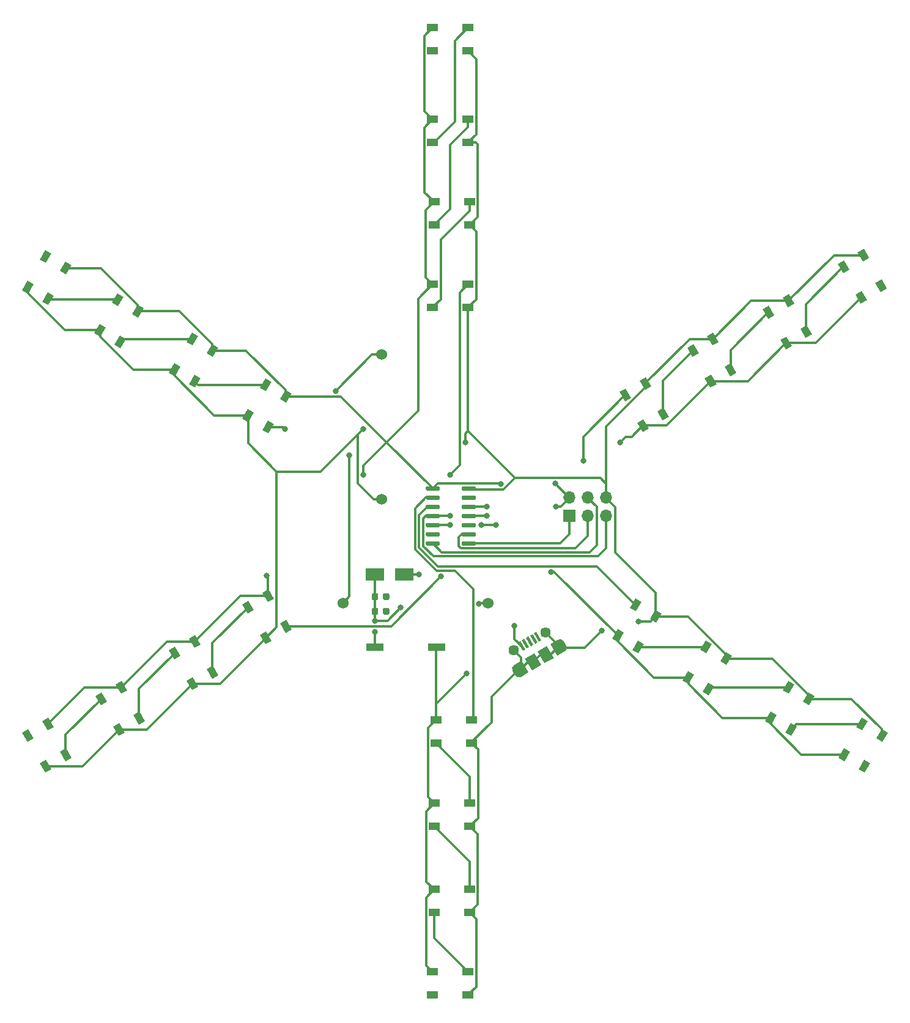
<source format=gbr>
%TF.GenerationSoftware,KiCad,Pcbnew,(5.1.12)-1*%
%TF.CreationDate,2021-12-12T20:51:00-05:00*%
%TF.ProjectId,snowflake,736e6f77-666c-4616-9b65-2e6b69636164,rev?*%
%TF.SameCoordinates,Original*%
%TF.FileFunction,Copper,L1,Top*%
%TF.FilePolarity,Positive*%
%FSLAX46Y46*%
G04 Gerber Fmt 4.6, Leading zero omitted, Abs format (unit mm)*
G04 Created by KiCad (PCBNEW (5.1.12)-1) date 2021-12-12 20:51:00*
%MOMM*%
%LPD*%
G01*
G04 APERTURE LIST*
%TA.AperFunction,SMDPad,CuDef*%
%ADD10R,2.440000X1.120000*%
%TD*%
%TA.AperFunction,ComponentPad*%
%ADD11O,1.700000X1.700000*%
%TD*%
%TA.AperFunction,ComponentPad*%
%ADD12R,1.700000X1.700000*%
%TD*%
%TA.AperFunction,SMDPad,CuDef*%
%ADD13C,0.100000*%
%TD*%
%TA.AperFunction,ComponentPad*%
%ADD14C,1.524000*%
%TD*%
%TA.AperFunction,SMDPad,CuDef*%
%ADD15R,1.500000X1.000000*%
%TD*%
%TA.AperFunction,ComponentPad*%
%ADD16C,1.450000*%
%TD*%
%TA.AperFunction,SMDPad,CuDef*%
%ADD17R,2.500000X1.800000*%
%TD*%
%TA.AperFunction,ViaPad*%
%ADD18C,0.800000*%
%TD*%
%TA.AperFunction,Conductor*%
%ADD19C,0.350000*%
%TD*%
G04 APERTURE END LIST*
D10*
%TO.P,SW1,2*%
%TO.N,+5V*%
X151790400Y-117195600D03*
%TO.P,SW1,1*%
%TO.N,+5VA*%
X143180400Y-117195600D03*
%TD*%
D11*
%TO.P,J1,6*%
%TO.N,GND*%
X175260000Y-96520000D03*
%TO.P,J1,5*%
%TO.N,LED4*%
X175260000Y-99060000D03*
%TO.P,J1,4*%
%TO.N,MOSI*%
X172720000Y-96520000D03*
%TO.P,J1,3*%
%TO.N,SCK*%
X172720000Y-99060000D03*
%TO.P,J1,2*%
%TO.N,+5V*%
X170180000Y-96520000D03*
D12*
%TO.P,J1,1*%
%TO.N,MISO*%
X170180000Y-99060000D03*
%TD*%
%TA.AperFunction,SMDPad,CuDef*%
D13*
%TO.P,D3,3*%
%TO.N,GND*%
G36*
X181469295Y-81081657D02*
G01*
X180603269Y-81581657D01*
X179853269Y-80282619D01*
X180719295Y-79782619D01*
X181469295Y-81081657D01*
G37*
%TD.AperFunction*%
%TA.AperFunction,SMDPad,CuDef*%
%TO.P,D3,4*%
%TO.N,LED3*%
G36*
X178698013Y-82681657D02*
G01*
X177831987Y-83181657D01*
X177081987Y-81882619D01*
X177948013Y-81382619D01*
X178698013Y-82681657D01*
G37*
%TD.AperFunction*%
%TA.AperFunction,SMDPad,CuDef*%
%TO.P,D3,2*%
%TO.N,Net-(D3-Pad2)*%
G36*
X183919295Y-85325181D02*
G01*
X183053269Y-85825181D01*
X182303269Y-84526143D01*
X183169295Y-84026143D01*
X183919295Y-85325181D01*
G37*
%TD.AperFunction*%
%TA.AperFunction,SMDPad,CuDef*%
%TO.P,D3,1*%
%TO.N,+5V*%
G36*
X181148013Y-86925181D02*
G01*
X180281987Y-87425181D01*
X179531987Y-86126143D01*
X180398013Y-85626143D01*
X181148013Y-86925181D01*
G37*
%TD.AperFunction*%
%TD*%
%TA.AperFunction,SMDPad,CuDef*%
%TO.P,D2,3*%
%TO.N,GND*%
G36*
X182157754Y-113877757D02*
G01*
X181291728Y-113377757D01*
X182041728Y-112078719D01*
X182907754Y-112578719D01*
X182157754Y-113877757D01*
G37*
%TD.AperFunction*%
%TA.AperFunction,SMDPad,CuDef*%
%TO.P,D2,4*%
%TO.N,LED2*%
G36*
X179386472Y-112277757D02*
G01*
X178520446Y-111777757D01*
X179270446Y-110478719D01*
X180136472Y-110978719D01*
X179386472Y-112277757D01*
G37*
%TD.AperFunction*%
%TA.AperFunction,SMDPad,CuDef*%
%TO.P,D2,2*%
%TO.N,Net-(D2-Pad2)*%
G36*
X179707754Y-118121281D02*
G01*
X178841728Y-117621281D01*
X179591728Y-116322243D01*
X180457754Y-116822243D01*
X179707754Y-118121281D01*
G37*
%TD.AperFunction*%
%TA.AperFunction,SMDPad,CuDef*%
%TO.P,D2,1*%
%TO.N,+5V*%
G36*
X176936472Y-116521281D02*
G01*
X176070446Y-116021281D01*
X176820446Y-114722243D01*
X177686472Y-115222243D01*
X176936472Y-116521281D01*
G37*
%TD.AperFunction*%
%TD*%
D14*
%TO.P,BT1,2*%
%TO.N,GND*%
X144145000Y-96774000D03*
%TO.P,BT1,1*%
%TO.N,Net-(BT1-Pad1)*%
X144145000Y-76708000D03*
%TD*%
%TO.P,BT2,1*%
%TO.N,Net-(BT2-Pad1)*%
X158877000Y-111125000D03*
%TO.P,BT2,2*%
%TO.N,Net-(BT1-Pad1)*%
X138811000Y-111125000D03*
%TD*%
%TO.P,C1,1*%
%TO.N,+5VA*%
%TA.AperFunction,SMDPad,CuDef*%
G36*
G01*
X142780000Y-112518000D02*
X142780000Y-112018000D01*
G75*
G02*
X143005000Y-111793000I225000J0D01*
G01*
X143455000Y-111793000D01*
G75*
G02*
X143680000Y-112018000I0J-225000D01*
G01*
X143680000Y-112518000D01*
G75*
G02*
X143455000Y-112743000I-225000J0D01*
G01*
X143005000Y-112743000D01*
G75*
G02*
X142780000Y-112518000I0J225000D01*
G01*
G37*
%TD.AperFunction*%
%TO.P,C1,2*%
%TO.N,GND*%
%TA.AperFunction,SMDPad,CuDef*%
G36*
G01*
X144330000Y-112518000D02*
X144330000Y-112018000D01*
G75*
G02*
X144555000Y-111793000I225000J0D01*
G01*
X145005000Y-111793000D01*
G75*
G02*
X145230000Y-112018000I0J-225000D01*
G01*
X145230000Y-112518000D01*
G75*
G02*
X145005000Y-112743000I-225000J0D01*
G01*
X144555000Y-112743000D01*
G75*
G02*
X144330000Y-112518000I0J225000D01*
G01*
G37*
%TD.AperFunction*%
%TD*%
%TO.P,C2,2*%
%TO.N,GND*%
%TA.AperFunction,SMDPad,CuDef*%
G36*
G01*
X144330000Y-110486000D02*
X144330000Y-109986000D01*
G75*
G02*
X144555000Y-109761000I225000J0D01*
G01*
X145005000Y-109761000D01*
G75*
G02*
X145230000Y-109986000I0J-225000D01*
G01*
X145230000Y-110486000D01*
G75*
G02*
X145005000Y-110711000I-225000J0D01*
G01*
X144555000Y-110711000D01*
G75*
G02*
X144330000Y-110486000I0J225000D01*
G01*
G37*
%TD.AperFunction*%
%TO.P,C2,1*%
%TO.N,+5VA*%
%TA.AperFunction,SMDPad,CuDef*%
G36*
G01*
X142780000Y-110486000D02*
X142780000Y-109986000D01*
G75*
G02*
X143005000Y-109761000I225000J0D01*
G01*
X143455000Y-109761000D01*
G75*
G02*
X143680000Y-109986000I0J-225000D01*
G01*
X143680000Y-110486000D01*
G75*
G02*
X143455000Y-110711000I-225000J0D01*
G01*
X143005000Y-110711000D01*
G75*
G02*
X142780000Y-110486000I0J225000D01*
G01*
G37*
%TD.AperFunction*%
%TD*%
D15*
%TO.P,D1,1*%
%TO.N,+5V*%
X151728000Y-127305000D03*
%TO.P,D1,2*%
%TO.N,Net-(D1-Pad2)*%
X151728000Y-130505000D03*
%TO.P,D1,4*%
%TO.N,LED1*%
X156628000Y-127305000D03*
%TO.P,D1,3*%
%TO.N,GND*%
X156628000Y-130505000D03*
%TD*%
%TO.P,D4,3*%
%TO.N,GND*%
X156374000Y-142062000D03*
%TO.P,D4,4*%
%TO.N,Net-(D1-Pad2)*%
X156374000Y-138862000D03*
%TO.P,D4,2*%
%TO.N,Net-(D4-Pad2)*%
X151474000Y-142062000D03*
%TO.P,D4,1*%
%TO.N,+5V*%
X151474000Y-138862000D03*
%TD*%
%TA.AperFunction,SMDPad,CuDef*%
D13*
%TO.P,D5,1*%
%TO.N,+5V*%
G36*
X186677372Y-122350381D02*
G01*
X185811346Y-121850381D01*
X186561346Y-120551343D01*
X187427372Y-121051343D01*
X186677372Y-122350381D01*
G37*
%TD.AperFunction*%
%TA.AperFunction,SMDPad,CuDef*%
%TO.P,D5,2*%
%TO.N,Net-(D5-Pad2)*%
G36*
X189448654Y-123950381D02*
G01*
X188582628Y-123450381D01*
X189332628Y-122151343D01*
X190198654Y-122651343D01*
X189448654Y-123950381D01*
G37*
%TD.AperFunction*%
%TA.AperFunction,SMDPad,CuDef*%
%TO.P,D5,4*%
%TO.N,Net-(D2-Pad2)*%
G36*
X189127372Y-118106857D02*
G01*
X188261346Y-117606857D01*
X189011346Y-116307819D01*
X189877372Y-116807819D01*
X189127372Y-118106857D01*
G37*
%TD.AperFunction*%
%TA.AperFunction,SMDPad,CuDef*%
%TO.P,D5,3*%
%TO.N,GND*%
G36*
X191898654Y-119706857D02*
G01*
X191032628Y-119206857D01*
X191782628Y-117907819D01*
X192648654Y-118407819D01*
X191898654Y-119706857D01*
G37*
%TD.AperFunction*%
%TD*%
%TA.AperFunction,SMDPad,CuDef*%
%TO.P,D6,1*%
%TO.N,+5V*%
G36*
X190512372Y-80791281D02*
G01*
X189646346Y-81291281D01*
X188896346Y-79992243D01*
X189762372Y-79492243D01*
X190512372Y-80791281D01*
G37*
%TD.AperFunction*%
%TA.AperFunction,SMDPad,CuDef*%
%TO.P,D6,2*%
%TO.N,Net-(D6-Pad2)*%
G36*
X193283654Y-79191281D02*
G01*
X192417628Y-79691281D01*
X191667628Y-78392243D01*
X192533654Y-77892243D01*
X193283654Y-79191281D01*
G37*
%TD.AperFunction*%
%TA.AperFunction,SMDPad,CuDef*%
%TO.P,D6,4*%
%TO.N,Net-(D3-Pad2)*%
G36*
X188062372Y-76547757D02*
G01*
X187196346Y-77047757D01*
X186446346Y-75748719D01*
X187312372Y-75248719D01*
X188062372Y-76547757D01*
G37*
%TD.AperFunction*%
%TA.AperFunction,SMDPad,CuDef*%
%TO.P,D6,3*%
%TO.N,GND*%
G36*
X190833654Y-74947757D02*
G01*
X189967628Y-75447757D01*
X189217628Y-74148719D01*
X190083654Y-73648719D01*
X190833654Y-74947757D01*
G37*
%TD.AperFunction*%
%TD*%
D15*
%TO.P,D7,3*%
%TO.N,GND*%
X156335900Y-154000000D03*
%TO.P,D7,4*%
%TO.N,Net-(D4-Pad2)*%
X156335900Y-150800000D03*
%TO.P,D7,2*%
%TO.N,Net-(D10-Pad4)*%
X151435900Y-154000000D03*
%TO.P,D7,1*%
%TO.N,+5V*%
X151435900Y-150800000D03*
%TD*%
%TA.AperFunction,SMDPad,CuDef*%
D13*
%TO.P,D8,3*%
%TO.N,GND*%
G36*
X203328654Y-125307757D02*
G01*
X202462628Y-124807757D01*
X203212628Y-123508719D01*
X204078654Y-124008719D01*
X203328654Y-125307757D01*
G37*
%TD.AperFunction*%
%TA.AperFunction,SMDPad,CuDef*%
%TO.P,D8,4*%
%TO.N,Net-(D5-Pad2)*%
G36*
X200557372Y-123707757D02*
G01*
X199691346Y-123207757D01*
X200441346Y-121908719D01*
X201307372Y-122408719D01*
X200557372Y-123707757D01*
G37*
%TD.AperFunction*%
%TA.AperFunction,SMDPad,CuDef*%
%TO.P,D8,2*%
%TO.N,Net-(D11-Pad4)*%
G36*
X200878654Y-129551281D02*
G01*
X200012628Y-129051281D01*
X200762628Y-127752243D01*
X201628654Y-128252243D01*
X200878654Y-129551281D01*
G37*
%TD.AperFunction*%
%TA.AperFunction,SMDPad,CuDef*%
%TO.P,D8,1*%
%TO.N,+5V*%
G36*
X198107372Y-127951281D02*
G01*
X197241346Y-127451281D01*
X197991346Y-126152243D01*
X198857372Y-126652243D01*
X198107372Y-127951281D01*
G37*
%TD.AperFunction*%
%TD*%
%TA.AperFunction,SMDPad,CuDef*%
%TO.P,D9,3*%
%TO.N,GND*%
G36*
X201274154Y-69638957D02*
G01*
X200408128Y-70138957D01*
X199658128Y-68839919D01*
X200524154Y-68339919D01*
X201274154Y-69638957D01*
G37*
%TD.AperFunction*%
%TA.AperFunction,SMDPad,CuDef*%
%TO.P,D9,4*%
%TO.N,Net-(D6-Pad2)*%
G36*
X198502872Y-71238957D02*
G01*
X197636846Y-71738957D01*
X196886846Y-70439919D01*
X197752872Y-69939919D01*
X198502872Y-71238957D01*
G37*
%TD.AperFunction*%
%TA.AperFunction,SMDPad,CuDef*%
%TO.P,D9,2*%
%TO.N,Net-(D12-Pad4)*%
G36*
X203724154Y-73882481D02*
G01*
X202858128Y-74382481D01*
X202108128Y-73083443D01*
X202974154Y-72583443D01*
X203724154Y-73882481D01*
G37*
%TD.AperFunction*%
%TA.AperFunction,SMDPad,CuDef*%
%TO.P,D9,1*%
%TO.N,+5V*%
G36*
X200952872Y-75482481D02*
G01*
X200086846Y-75982481D01*
X199336846Y-74683443D01*
X200202872Y-74183443D01*
X200952872Y-75482481D01*
G37*
%TD.AperFunction*%
%TD*%
D15*
%TO.P,D10,1*%
%TO.N,+5V*%
X151220000Y-162230000D03*
%TO.P,D10,2*%
%TO.N,Net-(D10-Pad2)*%
X151220000Y-165430000D03*
%TO.P,D10,4*%
%TO.N,Net-(D10-Pad4)*%
X156120000Y-162230000D03*
%TO.P,D10,3*%
%TO.N,GND*%
X156120000Y-165430000D03*
%TD*%
%TA.AperFunction,SMDPad,CuDef*%
D13*
%TO.P,D11,1*%
%TO.N,+5V*%
G36*
X208267372Y-133031281D02*
G01*
X207401346Y-132531281D01*
X208151346Y-131232243D01*
X209017372Y-131732243D01*
X208267372Y-133031281D01*
G37*
%TD.AperFunction*%
%TA.AperFunction,SMDPad,CuDef*%
%TO.P,D11,2*%
%TO.N,Net-(D11-Pad2)*%
G36*
X211038654Y-134631281D02*
G01*
X210172628Y-134131281D01*
X210922628Y-132832243D01*
X211788654Y-133332243D01*
X211038654Y-134631281D01*
G37*
%TD.AperFunction*%
%TA.AperFunction,SMDPad,CuDef*%
%TO.P,D11,4*%
%TO.N,Net-(D11-Pad4)*%
G36*
X210717372Y-128787757D02*
G01*
X209851346Y-128287757D01*
X210601346Y-126988719D01*
X211467372Y-127488719D01*
X210717372Y-128787757D01*
G37*
%TD.AperFunction*%
%TA.AperFunction,SMDPad,CuDef*%
%TO.P,D11,3*%
%TO.N,GND*%
G36*
X213488654Y-130387757D02*
G01*
X212622628Y-129887757D01*
X213372628Y-128588719D01*
X214238654Y-129088719D01*
X213488654Y-130387757D01*
G37*
%TD.AperFunction*%
%TD*%
%TA.AperFunction,SMDPad,CuDef*%
%TO.P,D12,3*%
%TO.N,GND*%
G36*
X211674354Y-63327257D02*
G01*
X210808328Y-63827257D01*
X210058328Y-62528219D01*
X210924354Y-62028219D01*
X211674354Y-63327257D01*
G37*
%TD.AperFunction*%
%TA.AperFunction,SMDPad,CuDef*%
%TO.P,D12,4*%
%TO.N,Net-(D12-Pad4)*%
G36*
X208903072Y-64927257D02*
G01*
X208037046Y-65427257D01*
X207287046Y-64128219D01*
X208153072Y-63628219D01*
X208903072Y-64927257D01*
G37*
%TD.AperFunction*%
%TA.AperFunction,SMDPad,CuDef*%
%TO.P,D12,2*%
%TO.N,Net-(D12-Pad2)*%
G36*
X214124354Y-67570781D02*
G01*
X213258328Y-68070781D01*
X212508328Y-66771743D01*
X213374354Y-66271743D01*
X214124354Y-67570781D01*
G37*
%TD.AperFunction*%
%TA.AperFunction,SMDPad,CuDef*%
%TO.P,D12,1*%
%TO.N,+5V*%
G36*
X211353072Y-69170781D02*
G01*
X210487046Y-69670781D01*
X209737046Y-68371743D01*
X210603072Y-67871743D01*
X211353072Y-69170781D01*
G37*
%TD.AperFunction*%
%TD*%
D15*
%TO.P,D13,1*%
%TO.N,+5V*%
X151220000Y-66980000D03*
%TO.P,D13,2*%
%TO.N,Net-(D13-Pad2)*%
X151220000Y-70180000D03*
%TO.P,D13,4*%
%TO.N,LED4*%
X156120000Y-66980000D03*
%TO.P,D13,3*%
%TO.N,GND*%
X156120000Y-70180000D03*
%TD*%
%TA.AperFunction,SMDPad,CuDef*%
D13*
%TO.P,D14,3*%
%TO.N,GND*%
G36*
X125601346Y-84242243D02*
G01*
X126467372Y-84742243D01*
X125717372Y-86041281D01*
X124851346Y-85541281D01*
X125601346Y-84242243D01*
G37*
%TD.AperFunction*%
%TA.AperFunction,SMDPad,CuDef*%
%TO.P,D14,4*%
%TO.N,LED5*%
G36*
X128372628Y-85842243D02*
G01*
X129238654Y-86342243D01*
X128488654Y-87641281D01*
X127622628Y-87141281D01*
X128372628Y-85842243D01*
G37*
%TD.AperFunction*%
%TA.AperFunction,SMDPad,CuDef*%
%TO.P,D14,2*%
%TO.N,Net-(D14-Pad2)*%
G36*
X128051346Y-79998719D02*
G01*
X128917372Y-80498719D01*
X128167372Y-81797757D01*
X127301346Y-81297757D01*
X128051346Y-79998719D01*
G37*
%TD.AperFunction*%
%TA.AperFunction,SMDPad,CuDef*%
%TO.P,D14,1*%
%TO.N,+5V*%
G36*
X130822628Y-81598719D02*
G01*
X131688654Y-82098719D01*
X130938654Y-83397757D01*
X130072628Y-82897757D01*
X130822628Y-81598719D01*
G37*
%TD.AperFunction*%
%TD*%
%TA.AperFunction,SMDPad,CuDef*%
%TO.P,D15,3*%
%TO.N,GND*%
G36*
X127301346Y-115552243D02*
G01*
X128167372Y-115052243D01*
X128917372Y-116351281D01*
X128051346Y-116851281D01*
X127301346Y-115552243D01*
G37*
%TD.AperFunction*%
%TA.AperFunction,SMDPad,CuDef*%
%TO.P,D15,4*%
%TO.N,LED6*%
G36*
X130072628Y-113952243D02*
G01*
X130938654Y-113452243D01*
X131688654Y-114751281D01*
X130822628Y-115251281D01*
X130072628Y-113952243D01*
G37*
%TD.AperFunction*%
%TA.AperFunction,SMDPad,CuDef*%
%TO.P,D15,2*%
%TO.N,Net-(D15-Pad2)*%
G36*
X124851346Y-111308719D02*
G01*
X125717372Y-110808719D01*
X126467372Y-112107757D01*
X125601346Y-112607757D01*
X124851346Y-111308719D01*
G37*
%TD.AperFunction*%
%TA.AperFunction,SMDPad,CuDef*%
%TO.P,D15,1*%
%TO.N,+5V*%
G36*
X127622628Y-109708719D02*
G01*
X128488654Y-109208719D01*
X129238654Y-110507757D01*
X128372628Y-111007757D01*
X127622628Y-109708719D01*
G37*
%TD.AperFunction*%
%TD*%
D15*
%TO.P,D16,1*%
%TO.N,+5V*%
X151410500Y-55550000D03*
%TO.P,D16,2*%
%TO.N,Net-(D16-Pad2)*%
X151410500Y-58750000D03*
%TO.P,D16,4*%
%TO.N,Net-(D13-Pad2)*%
X156310500Y-55550000D03*
%TO.P,D16,3*%
%TO.N,GND*%
X156310500Y-58750000D03*
%TD*%
%TA.AperFunction,SMDPad,CuDef*%
D13*
%TO.P,D17,1*%
%TO.N,+5V*%
G36*
X120662628Y-75248719D02*
G01*
X121528654Y-75748719D01*
X120778654Y-77047757D01*
X119912628Y-76547757D01*
X120662628Y-75248719D01*
G37*
%TD.AperFunction*%
%TA.AperFunction,SMDPad,CuDef*%
%TO.P,D17,2*%
%TO.N,Net-(D17-Pad2)*%
G36*
X117891346Y-73648719D02*
G01*
X118757372Y-74148719D01*
X118007372Y-75447757D01*
X117141346Y-74947757D01*
X117891346Y-73648719D01*
G37*
%TD.AperFunction*%
%TA.AperFunction,SMDPad,CuDef*%
%TO.P,D17,4*%
%TO.N,Net-(D14-Pad2)*%
G36*
X118212628Y-79492243D02*
G01*
X119078654Y-79992243D01*
X118328654Y-81291281D01*
X117462628Y-80791281D01*
X118212628Y-79492243D01*
G37*
%TD.AperFunction*%
%TA.AperFunction,SMDPad,CuDef*%
%TO.P,D17,3*%
%TO.N,GND*%
G36*
X115441346Y-77892243D02*
G01*
X116307372Y-78392243D01*
X115557372Y-79691281D01*
X114691346Y-79191281D01*
X115441346Y-77892243D01*
G37*
%TD.AperFunction*%
%TD*%
%TA.AperFunction,SMDPad,CuDef*%
%TO.P,D18,1*%
%TO.N,+5V*%
G36*
X117462628Y-116058719D02*
G01*
X118328654Y-115558719D01*
X119078654Y-116857757D01*
X118212628Y-117357757D01*
X117462628Y-116058719D01*
G37*
%TD.AperFunction*%
%TA.AperFunction,SMDPad,CuDef*%
%TO.P,D18,2*%
%TO.N,Net-(D18-Pad2)*%
G36*
X114691346Y-117658719D02*
G01*
X115557372Y-117158719D01*
X116307372Y-118457757D01*
X115441346Y-118957757D01*
X114691346Y-117658719D01*
G37*
%TD.AperFunction*%
%TA.AperFunction,SMDPad,CuDef*%
%TO.P,D18,4*%
%TO.N,Net-(D15-Pad2)*%
G36*
X119912628Y-120302243D02*
G01*
X120778654Y-119802243D01*
X121528654Y-121101281D01*
X120662628Y-121601281D01*
X119912628Y-120302243D01*
G37*
%TD.AperFunction*%
%TA.AperFunction,SMDPad,CuDef*%
%TO.P,D18,3*%
%TO.N,GND*%
G36*
X117141346Y-121902243D02*
G01*
X118007372Y-121402243D01*
X118757372Y-122701281D01*
X117891346Y-123201281D01*
X117141346Y-121902243D01*
G37*
%TD.AperFunction*%
%TD*%
D15*
%TO.P,D19,3*%
%TO.N,GND*%
X156120000Y-47320000D03*
%TO.P,D19,4*%
%TO.N,Net-(D16-Pad2)*%
X156120000Y-44120000D03*
%TO.P,D19,2*%
%TO.N,Net-(D19-Pad2)*%
X151220000Y-47320000D03*
%TO.P,D19,1*%
%TO.N,+5V*%
X151220000Y-44120000D03*
%TD*%
%TA.AperFunction,SMDPad,CuDef*%
D13*
%TO.P,D20,3*%
%TO.N,GND*%
G36*
X105120705Y-72430481D02*
G01*
X105986731Y-72930481D01*
X105236731Y-74229519D01*
X104370705Y-73729519D01*
X105120705Y-72430481D01*
G37*
%TD.AperFunction*%
%TA.AperFunction,SMDPad,CuDef*%
%TO.P,D20,4*%
%TO.N,Net-(D17-Pad2)*%
G36*
X107891987Y-74030481D02*
G01*
X108758013Y-74530481D01*
X108008013Y-75829519D01*
X107141987Y-75329519D01*
X107891987Y-74030481D01*
G37*
%TD.AperFunction*%
%TA.AperFunction,SMDPad,CuDef*%
%TO.P,D20,2*%
%TO.N,Net-(D20-Pad2)*%
G36*
X107570705Y-68186957D02*
G01*
X108436731Y-68686957D01*
X107686731Y-69985995D01*
X106820705Y-69485995D01*
X107570705Y-68186957D01*
G37*
%TD.AperFunction*%
%TA.AperFunction,SMDPad,CuDef*%
%TO.P,D20,1*%
%TO.N,+5V*%
G36*
X110341987Y-69786957D02*
G01*
X111208013Y-70286957D01*
X110458013Y-71585995D01*
X109591987Y-71085995D01*
X110341987Y-69786957D01*
G37*
%TD.AperFunction*%
%TD*%
%TA.AperFunction,SMDPad,CuDef*%
%TO.P,D21,3*%
%TO.N,GND*%
G36*
X106981346Y-128252243D02*
G01*
X107847372Y-127752243D01*
X108597372Y-129051281D01*
X107731346Y-129551281D01*
X106981346Y-128252243D01*
G37*
%TD.AperFunction*%
%TA.AperFunction,SMDPad,CuDef*%
%TO.P,D21,4*%
%TO.N,Net-(D18-Pad2)*%
G36*
X109752628Y-126652243D02*
G01*
X110618654Y-126152243D01*
X111368654Y-127451281D01*
X110502628Y-127951281D01*
X109752628Y-126652243D01*
G37*
%TD.AperFunction*%
%TA.AperFunction,SMDPad,CuDef*%
%TO.P,D21,2*%
%TO.N,Net-(D21-Pad2)*%
G36*
X104531346Y-124008719D02*
G01*
X105397372Y-123508719D01*
X106147372Y-124807757D01*
X105281346Y-125307757D01*
X104531346Y-124008719D01*
G37*
%TD.AperFunction*%
%TA.AperFunction,SMDPad,CuDef*%
%TO.P,D21,1*%
%TO.N,+5V*%
G36*
X107302628Y-122408719D02*
G01*
X108168654Y-121908719D01*
X108918654Y-123207757D01*
X108052628Y-123707757D01*
X107302628Y-122408719D01*
G37*
%TD.AperFunction*%
%TD*%
D15*
%TO.P,D22,1*%
%TO.N,+5V*%
X151220000Y-31420000D03*
%TO.P,D22,2*%
%TO.N,Net-(D22-Pad2)*%
X151220000Y-34620000D03*
%TO.P,D22,4*%
%TO.N,Net-(D19-Pad2)*%
X156120000Y-31420000D03*
%TO.P,D22,3*%
%TO.N,GND*%
X156120000Y-34620000D03*
%TD*%
%TA.AperFunction,SMDPad,CuDef*%
D13*
%TO.P,D23,1*%
%TO.N,+5V*%
G36*
X100342628Y-63818719D02*
G01*
X101208654Y-64318719D01*
X100458654Y-65617757D01*
X99592628Y-65117757D01*
X100342628Y-63818719D01*
G37*
%TD.AperFunction*%
%TA.AperFunction,SMDPad,CuDef*%
%TO.P,D23,2*%
%TO.N,Net-(D23-Pad2)*%
G36*
X97571346Y-62218719D02*
G01*
X98437372Y-62718719D01*
X97687372Y-64017757D01*
X96821346Y-63517757D01*
X97571346Y-62218719D01*
G37*
%TD.AperFunction*%
%TA.AperFunction,SMDPad,CuDef*%
%TO.P,D23,4*%
%TO.N,Net-(D20-Pad2)*%
G36*
X97892628Y-68062243D02*
G01*
X98758654Y-68562243D01*
X98008654Y-69861281D01*
X97142628Y-69361281D01*
X97892628Y-68062243D01*
G37*
%TD.AperFunction*%
%TA.AperFunction,SMDPad,CuDef*%
%TO.P,D23,3*%
%TO.N,GND*%
G36*
X95121346Y-66462243D02*
G01*
X95987372Y-66962243D01*
X95237372Y-68261281D01*
X94371346Y-67761281D01*
X95121346Y-66462243D01*
G37*
%TD.AperFunction*%
%TD*%
%TA.AperFunction,SMDPad,CuDef*%
%TO.P,D24,1*%
%TO.N,+5V*%
G36*
X97142628Y-127488719D02*
G01*
X98008654Y-126988719D01*
X98758654Y-128287757D01*
X97892628Y-128787757D01*
X97142628Y-127488719D01*
G37*
%TD.AperFunction*%
%TA.AperFunction,SMDPad,CuDef*%
%TO.P,D24,2*%
%TO.N,Net-(D24-Pad2)*%
G36*
X94371346Y-129088719D02*
G01*
X95237372Y-128588719D01*
X95987372Y-129887757D01*
X95121346Y-130387757D01*
X94371346Y-129088719D01*
G37*
%TD.AperFunction*%
%TA.AperFunction,SMDPad,CuDef*%
%TO.P,D24,4*%
%TO.N,Net-(D21-Pad2)*%
G36*
X99592628Y-131732243D02*
G01*
X100458654Y-131232243D01*
X101208654Y-132531281D01*
X100342628Y-133031281D01*
X99592628Y-131732243D01*
G37*
%TD.AperFunction*%
%TA.AperFunction,SMDPad,CuDef*%
%TO.P,D24,3*%
%TO.N,GND*%
G36*
X96821346Y-133332243D02*
G01*
X97687372Y-132832243D01*
X98437372Y-134131281D01*
X97571346Y-134631281D01*
X96821346Y-133332243D01*
G37*
%TD.AperFunction*%
%TD*%
%TA.AperFunction,SMDPad,CuDef*%
%TO.P,J2,6*%
%TO.N,GND*%
G36*
X166689656Y-119473030D02*
G01*
X165739656Y-117827582D01*
X167038694Y-117077582D01*
X167988694Y-118723030D01*
X166689656Y-119473030D01*
G37*
%TD.AperFunction*%
D16*
X162483086Y-117687038D03*
%TA.AperFunction,SMDPad,CuDef*%
D13*
%TO.P,J2,2*%
%TO.N,Net-(J2-Pad2)*%
G36*
X164249528Y-117446605D02*
G01*
X163574528Y-116277471D01*
X163920938Y-116077471D01*
X164595938Y-117246605D01*
X164249528Y-117446605D01*
G37*
%TD.AperFunction*%
%TA.AperFunction,SMDPad,CuDef*%
%TO.P,J2,1*%
%TO.N,+5VA*%
G36*
X163686612Y-117771605D02*
G01*
X163011612Y-116602471D01*
X163358022Y-116402471D01*
X164033022Y-117571605D01*
X163686612Y-117771605D01*
G37*
%TD.AperFunction*%
%TA.AperFunction,SMDPad,CuDef*%
%TO.P,J2,5*%
%TO.N,GND*%
G36*
X165938278Y-116471605D02*
G01*
X165263278Y-115302471D01*
X165609688Y-115102471D01*
X166284688Y-116271605D01*
X165938278Y-116471605D01*
G37*
%TD.AperFunction*%
%TA.AperFunction,SMDPad,CuDef*%
%TO.P,J2,4*%
%TO.N,Net-(J2-Pad4)*%
G36*
X165375362Y-116796605D02*
G01*
X164700362Y-115627471D01*
X165046772Y-115427471D01*
X165721772Y-116596605D01*
X165375362Y-116796605D01*
G37*
%TD.AperFunction*%
%TA.AperFunction,SMDPad,CuDef*%
%TO.P,J2,3*%
%TO.N,Net-(J2-Pad3)*%
G36*
X164812445Y-117121605D02*
G01*
X164137445Y-115952471D01*
X164483855Y-115752471D01*
X165158855Y-116921605D01*
X164812445Y-117121605D01*
G37*
%TD.AperFunction*%
D16*
%TO.P,J2,6*%
%TO.N,GND*%
X166813214Y-115187038D03*
%TA.AperFunction,SMDPad,CuDef*%
D13*
G36*
X164957606Y-120473030D02*
G01*
X164007606Y-118827582D01*
X165306644Y-118077582D01*
X166256644Y-119723030D01*
X164957606Y-120473030D01*
G37*
%TD.AperFunction*%
%TA.AperFunction,ComponentPad*%
G36*
G01*
X163311676Y-119922197D02*
X163661676Y-120528415D01*
G75*
G02*
X163442061Y-121348030I-519615J-300000D01*
G01*
X163442061Y-121348030D01*
G75*
G02*
X162622446Y-121128415I-300000J519615D01*
G01*
X162272446Y-120522197D01*
G75*
G02*
X162492061Y-119702582I519615J300000D01*
G01*
X162492061Y-119702582D01*
G75*
G02*
X163311676Y-119922197I300000J-519615D01*
G01*
G37*
%TD.AperFunction*%
%TA.AperFunction,ComponentPad*%
G36*
G01*
X168684624Y-117628415D02*
X168334624Y-117022197D01*
G75*
G02*
X168554239Y-116202582I519615J300000D01*
G01*
X168554239Y-116202582D01*
G75*
G02*
X169373854Y-116422197I300000J-519615D01*
G01*
X169723854Y-117028415D01*
G75*
G02*
X169504239Y-117848030I-519615J-300000D01*
G01*
X169504239Y-117848030D01*
G75*
G02*
X168684624Y-117628415I-300000J519615D01*
G01*
G37*
%TD.AperFunction*%
%TA.AperFunction,SMDPad,CuDef*%
G36*
X168465009Y-118448030D02*
G01*
X167515009Y-116802582D01*
X168554239Y-116202582D01*
X169504239Y-117848030D01*
X168465009Y-118448030D01*
G37*
%TD.AperFunction*%
%TA.AperFunction,SMDPad,CuDef*%
G36*
X163442061Y-121348030D02*
G01*
X162492061Y-119702582D01*
X163531291Y-119102582D01*
X164481291Y-120748030D01*
X163442061Y-121348030D01*
G37*
%TD.AperFunction*%
%TD*%
%TO.P,U1,1*%
%TO.N,+5V*%
%TA.AperFunction,SMDPad,CuDef*%
G36*
G01*
X150285000Y-95400000D02*
X150285000Y-95100000D01*
G75*
G02*
X150435000Y-94950000I150000J0D01*
G01*
X152085000Y-94950000D01*
G75*
G02*
X152235000Y-95100000I0J-150000D01*
G01*
X152235000Y-95400000D01*
G75*
G02*
X152085000Y-95550000I-150000J0D01*
G01*
X150435000Y-95550000D01*
G75*
G02*
X150285000Y-95400000I0J150000D01*
G01*
G37*
%TD.AperFunction*%
%TO.P,U1,2*%
%TO.N,LED1*%
%TA.AperFunction,SMDPad,CuDef*%
G36*
G01*
X150285000Y-96670000D02*
X150285000Y-96370000D01*
G75*
G02*
X150435000Y-96220000I150000J0D01*
G01*
X152085000Y-96220000D01*
G75*
G02*
X152235000Y-96370000I0J-150000D01*
G01*
X152235000Y-96670000D01*
G75*
G02*
X152085000Y-96820000I-150000J0D01*
G01*
X150435000Y-96820000D01*
G75*
G02*
X150285000Y-96670000I0J150000D01*
G01*
G37*
%TD.AperFunction*%
%TO.P,U1,3*%
%TO.N,LED2*%
%TA.AperFunction,SMDPad,CuDef*%
G36*
G01*
X150285000Y-97940000D02*
X150285000Y-97640000D01*
G75*
G02*
X150435000Y-97490000I150000J0D01*
G01*
X152085000Y-97490000D01*
G75*
G02*
X152235000Y-97640000I0J-150000D01*
G01*
X152235000Y-97940000D01*
G75*
G02*
X152085000Y-98090000I-150000J0D01*
G01*
X150435000Y-98090000D01*
G75*
G02*
X150285000Y-97940000I0J150000D01*
G01*
G37*
%TD.AperFunction*%
%TO.P,U1,4*%
%TO.N,LED4*%
%TA.AperFunction,SMDPad,CuDef*%
G36*
G01*
X150285000Y-99210000D02*
X150285000Y-98910000D01*
G75*
G02*
X150435000Y-98760000I150000J0D01*
G01*
X152085000Y-98760000D01*
G75*
G02*
X152235000Y-98910000I0J-150000D01*
G01*
X152235000Y-99210000D01*
G75*
G02*
X152085000Y-99360000I-150000J0D01*
G01*
X150435000Y-99360000D01*
G75*
G02*
X150285000Y-99210000I0J150000D01*
G01*
G37*
%TD.AperFunction*%
%TO.P,U1,5*%
%TO.N,LED3*%
%TA.AperFunction,SMDPad,CuDef*%
G36*
G01*
X150285000Y-100480000D02*
X150285000Y-100180000D01*
G75*
G02*
X150435000Y-100030000I150000J0D01*
G01*
X152085000Y-100030000D01*
G75*
G02*
X152235000Y-100180000I0J-150000D01*
G01*
X152235000Y-100480000D01*
G75*
G02*
X152085000Y-100630000I-150000J0D01*
G01*
X150435000Y-100630000D01*
G75*
G02*
X150285000Y-100480000I0J150000D01*
G01*
G37*
%TD.AperFunction*%
%TO.P,U1,6*%
%TO.N,Net-(U1-Pad6)*%
%TA.AperFunction,SMDPad,CuDef*%
G36*
G01*
X150285000Y-101750000D02*
X150285000Y-101450000D01*
G75*
G02*
X150435000Y-101300000I150000J0D01*
G01*
X152085000Y-101300000D01*
G75*
G02*
X152235000Y-101450000I0J-150000D01*
G01*
X152235000Y-101750000D01*
G75*
G02*
X152085000Y-101900000I-150000J0D01*
G01*
X150435000Y-101900000D01*
G75*
G02*
X150285000Y-101750000I0J150000D01*
G01*
G37*
%TD.AperFunction*%
%TO.P,U1,7*%
%TO.N,MOSI*%
%TA.AperFunction,SMDPad,CuDef*%
G36*
G01*
X150285000Y-103020000D02*
X150285000Y-102720000D01*
G75*
G02*
X150435000Y-102570000I150000J0D01*
G01*
X152085000Y-102570000D01*
G75*
G02*
X152235000Y-102720000I0J-150000D01*
G01*
X152235000Y-103020000D01*
G75*
G02*
X152085000Y-103170000I-150000J0D01*
G01*
X150435000Y-103170000D01*
G75*
G02*
X150285000Y-103020000I0J150000D01*
G01*
G37*
%TD.AperFunction*%
%TO.P,U1,8*%
%TO.N,MISO*%
%TA.AperFunction,SMDPad,CuDef*%
G36*
G01*
X155235000Y-103020000D02*
X155235000Y-102720000D01*
G75*
G02*
X155385000Y-102570000I150000J0D01*
G01*
X157035000Y-102570000D01*
G75*
G02*
X157185000Y-102720000I0J-150000D01*
G01*
X157185000Y-103020000D01*
G75*
G02*
X157035000Y-103170000I-150000J0D01*
G01*
X155385000Y-103170000D01*
G75*
G02*
X155235000Y-103020000I0J150000D01*
G01*
G37*
%TD.AperFunction*%
%TO.P,U1,9*%
%TO.N,SCK*%
%TA.AperFunction,SMDPad,CuDef*%
G36*
G01*
X155235000Y-101750000D02*
X155235000Y-101450000D01*
G75*
G02*
X155385000Y-101300000I150000J0D01*
G01*
X157035000Y-101300000D01*
G75*
G02*
X157185000Y-101450000I0J-150000D01*
G01*
X157185000Y-101750000D01*
G75*
G02*
X157035000Y-101900000I-150000J0D01*
G01*
X155385000Y-101900000D01*
G75*
G02*
X155235000Y-101750000I0J150000D01*
G01*
G37*
%TD.AperFunction*%
%TO.P,U1,10*%
%TO.N,Net-(U1-Pad10)*%
%TA.AperFunction,SMDPad,CuDef*%
G36*
G01*
X155235000Y-100480000D02*
X155235000Y-100180000D01*
G75*
G02*
X155385000Y-100030000I150000J0D01*
G01*
X157035000Y-100030000D01*
G75*
G02*
X157185000Y-100180000I0J-150000D01*
G01*
X157185000Y-100480000D01*
G75*
G02*
X157035000Y-100630000I-150000J0D01*
G01*
X155385000Y-100630000D01*
G75*
G02*
X155235000Y-100480000I0J150000D01*
G01*
G37*
%TD.AperFunction*%
%TO.P,U1,11*%
%TO.N,LED6*%
%TA.AperFunction,SMDPad,CuDef*%
G36*
G01*
X155235000Y-99210000D02*
X155235000Y-98910000D01*
G75*
G02*
X155385000Y-98760000I150000J0D01*
G01*
X157035000Y-98760000D01*
G75*
G02*
X157185000Y-98910000I0J-150000D01*
G01*
X157185000Y-99210000D01*
G75*
G02*
X157035000Y-99360000I-150000J0D01*
G01*
X155385000Y-99360000D01*
G75*
G02*
X155235000Y-99210000I0J150000D01*
G01*
G37*
%TD.AperFunction*%
%TO.P,U1,12*%
%TO.N,LED5*%
%TA.AperFunction,SMDPad,CuDef*%
G36*
G01*
X155235000Y-97940000D02*
X155235000Y-97640000D01*
G75*
G02*
X155385000Y-97490000I150000J0D01*
G01*
X157035000Y-97490000D01*
G75*
G02*
X157185000Y-97640000I0J-150000D01*
G01*
X157185000Y-97940000D01*
G75*
G02*
X157035000Y-98090000I-150000J0D01*
G01*
X155385000Y-98090000D01*
G75*
G02*
X155235000Y-97940000I0J150000D01*
G01*
G37*
%TD.AperFunction*%
%TO.P,U1,13*%
%TO.N,Net-(U1-Pad13)*%
%TA.AperFunction,SMDPad,CuDef*%
G36*
G01*
X155235000Y-96670000D02*
X155235000Y-96370000D01*
G75*
G02*
X155385000Y-96220000I150000J0D01*
G01*
X157035000Y-96220000D01*
G75*
G02*
X157185000Y-96370000I0J-150000D01*
G01*
X157185000Y-96670000D01*
G75*
G02*
X157035000Y-96820000I-150000J0D01*
G01*
X155385000Y-96820000D01*
G75*
G02*
X155235000Y-96670000I0J150000D01*
G01*
G37*
%TD.AperFunction*%
%TO.P,U1,14*%
%TO.N,GND*%
%TA.AperFunction,SMDPad,CuDef*%
G36*
G01*
X155235000Y-95400000D02*
X155235000Y-95100000D01*
G75*
G02*
X155385000Y-94950000I150000J0D01*
G01*
X157035000Y-94950000D01*
G75*
G02*
X157185000Y-95100000I0J-150000D01*
G01*
X157185000Y-95400000D01*
G75*
G02*
X157035000Y-95550000I-150000J0D01*
G01*
X155385000Y-95550000D01*
G75*
G02*
X155235000Y-95400000I0J150000D01*
G01*
G37*
%TD.AperFunction*%
%TD*%
D17*
%TO.P,D25,1*%
%TO.N,+5VA*%
X143256000Y-107188000D03*
%TO.P,D25,2*%
%TO.N,Net-(BT2-Pad1)*%
X147256000Y-107188000D03*
%TD*%
D18*
%TO.N,+5V*%
X160655000Y-94615000D03*
X168219990Y-94574990D03*
X177165000Y-88900000D03*
X128270000Y-107315000D03*
X141605000Y-93345000D03*
X167640000Y-106814779D03*
X168275000Y-97790000D03*
X155956000Y-120904000D03*
%TO.N,GND*%
X141605000Y-86995000D03*
X155769999Y-88900000D03*
X174625000Y-114935000D03*
X179705000Y-113665000D03*
%TO.N,LED3*%
X172085000Y-91440000D03*
X160020000Y-100330000D03*
X157975000Y-100330000D03*
X153670000Y-100330000D03*
%TO.N,LED4*%
X153670000Y-93345000D03*
X153670000Y-99060000D03*
%TO.N,LED5*%
X158750000Y-97790000D03*
X130810000Y-86995000D03*
%TO.N,LED6*%
X152400000Y-107455000D03*
X158750000Y-99060000D03*
%TO.N,Net-(BT1-Pad1)*%
X137795000Y-81723238D03*
X139700000Y-90665000D03*
%TO.N,Net-(BT2-Pad1)*%
X157620000Y-111252000D03*
X149352000Y-107188000D03*
%TO.N,+5VA*%
X143256000Y-113576762D03*
X143256000Y-115126762D03*
X146812000Y-111760000D03*
X162560000Y-114300000D03*
%TD*%
D19*
%TO.N,+5V*%
X168219990Y-94574990D02*
X170180000Y-96535000D01*
X151260000Y-95250000D02*
X151935010Y-94574990D01*
X160614990Y-94574990D02*
X160655000Y-94615000D01*
X151935010Y-94574990D02*
X160614990Y-94574990D01*
X181841534Y-121450862D02*
X186619359Y-121450862D01*
X176878459Y-116487787D02*
X181841534Y-121450862D01*
X176878459Y-115621762D02*
X176878459Y-116487787D01*
X191354234Y-127051762D02*
X198049359Y-127051762D01*
X186619359Y-122316887D02*
X191354234Y-127051762D01*
X186619359Y-121450862D02*
X186619359Y-122316887D01*
X202263334Y-132131762D02*
X208209359Y-132131762D01*
X198049359Y-127917787D02*
X202263334Y-132131762D01*
X198049359Y-127051762D02*
X198049359Y-127917787D01*
X204233359Y-75082962D02*
X210545059Y-68771262D01*
X200144859Y-75082962D02*
X204233359Y-75082962D01*
X194836059Y-80391762D02*
X200144859Y-75082962D01*
X189704359Y-80391762D02*
X194836059Y-80391762D01*
X183570459Y-86525662D02*
X189704359Y-80391762D01*
X180340000Y-86525662D02*
X183570459Y-86525662D01*
X150285499Y-56675001D02*
X151410500Y-55550000D01*
X150285499Y-66045499D02*
X150285499Y-56675001D01*
X151220000Y-66980000D02*
X150285499Y-66045499D01*
X150094999Y-45245001D02*
X151220000Y-44120000D01*
X150094999Y-54234499D02*
X150094999Y-45245001D01*
X151410500Y-55550000D02*
X150094999Y-54234499D01*
X150094999Y-32545001D02*
X150094999Y-42994999D01*
X150094999Y-42994999D02*
X151220000Y-44120000D01*
X151220000Y-31420000D02*
X150094999Y-32545001D01*
X125396666Y-76148238D02*
X120720641Y-76148238D01*
X130880641Y-81632213D02*
X125396666Y-76148238D01*
X130880641Y-82498238D02*
X130880641Y-81632213D01*
X116124904Y-70686476D02*
X110400000Y-70686476D01*
X120720641Y-75282213D02*
X116124904Y-70686476D01*
X120720641Y-76148238D02*
X120720641Y-75282213D01*
X105297787Y-64718238D02*
X100400641Y-64718238D01*
X110400000Y-69820451D02*
X105297787Y-64718238D01*
X110400000Y-70686476D02*
X110400000Y-69820451D01*
X124620641Y-110108238D02*
X118270641Y-116458238D01*
X128430641Y-110108238D02*
X124620641Y-110108238D01*
X114460641Y-116458238D02*
X108110641Y-122808238D01*
X118270641Y-116458238D02*
X114460641Y-116458238D01*
X103030641Y-122808238D02*
X97950641Y-127888238D01*
X108110641Y-122808238D02*
X103030641Y-122808238D01*
X150602999Y-128430001D02*
X150602999Y-137990999D01*
X150602999Y-137990999D02*
X151474000Y-138862000D01*
X151728000Y-127305000D02*
X150602999Y-128430001D01*
X150348999Y-149713099D02*
X151435900Y-150800000D01*
X150348999Y-139987001D02*
X150348999Y-149713099D01*
X151474000Y-138862000D02*
X150348999Y-139987001D01*
X150310899Y-161320899D02*
X151220000Y-162230000D01*
X150310899Y-151925001D02*
X150310899Y-161320899D01*
X151435900Y-150800000D02*
X150310899Y-151925001D01*
X130880641Y-82498238D02*
X138508238Y-82498238D01*
X151220000Y-66980000D02*
X149225000Y-68975000D01*
X149225000Y-84455000D02*
X144845000Y-88835000D01*
X149225000Y-68975000D02*
X149225000Y-84455000D01*
X144845000Y-88835000D02*
X151260000Y-95250000D01*
X138508238Y-82498238D02*
X144845000Y-88835000D01*
X177975057Y-88089943D02*
X177165000Y-88900000D01*
X178775719Y-88089943D02*
X177975057Y-88089943D01*
X180340000Y-86525662D02*
X178775719Y-88089943D01*
X128430641Y-107475641D02*
X128270000Y-107315000D01*
X128430641Y-110108238D02*
X128430641Y-107475641D01*
X141605000Y-92075000D02*
X144845000Y-88835000D01*
X141605000Y-93345000D02*
X141605000Y-92075000D01*
X168071476Y-106814779D02*
X167640000Y-106814779D01*
X176878459Y-115621762D02*
X168071476Y-106814779D01*
X168925000Y-97790000D02*
X170180000Y-96535000D01*
X168275000Y-97790000D02*
X168925000Y-97790000D01*
X151728000Y-125132000D02*
X155956000Y-120904000D01*
X151728000Y-127305000D02*
X151728000Y-125132000D01*
X151728000Y-117258000D02*
X151790400Y-117195600D01*
X151728000Y-127305000D02*
X151728000Y-117258000D01*
%TO.N,Net-(D1-Pad2)*%
X156374000Y-135151000D02*
X151728000Y-130505000D01*
X156374000Y-138862000D02*
X156374000Y-135151000D01*
%TO.N,LED1*%
X148809970Y-103693110D02*
X151796860Y-106680000D01*
X148809970Y-97995030D02*
X148809970Y-103693110D01*
X150285000Y-96520000D02*
X148809970Y-97995030D01*
X151260000Y-96520000D02*
X150285000Y-96520000D01*
X151796860Y-106680000D02*
X154305000Y-106680000D01*
X154305000Y-106680000D02*
X156845000Y-109220000D01*
X156845000Y-127088000D02*
X156628000Y-127305000D01*
X156845000Y-109220000D02*
X156845000Y-127088000D01*
%TO.N,GND*%
X167559624Y-118275306D02*
X168509624Y-117325306D01*
X166864175Y-118275306D02*
X167559624Y-118275306D01*
X168809624Y-117025306D02*
X168509624Y-117325306D01*
X169029239Y-117025306D02*
X168809624Y-117025306D01*
X166132125Y-118275306D02*
X165132125Y-119275306D01*
X166864175Y-118275306D02*
X166132125Y-118275306D01*
X164436676Y-119275306D02*
X163486676Y-120225306D01*
X165132125Y-119275306D02*
X164436676Y-119275306D01*
X162967061Y-120525306D02*
X162684694Y-120525306D01*
X162984694Y-120225306D02*
X163486676Y-120225306D01*
X162684694Y-120525306D02*
X162984694Y-120225306D01*
X163486676Y-118690628D02*
X162483086Y-117687038D01*
X163486676Y-120225306D02*
X163486676Y-118690628D01*
X168509624Y-116883448D02*
X166813214Y-115187038D01*
X168509624Y-117325306D02*
X168509624Y-116883448D01*
X161027001Y-95390001D02*
X156350001Y-95390001D01*
X162617013Y-93799989D02*
X161027001Y-95390001D01*
X156350001Y-95390001D02*
X156210000Y-95250000D01*
X174449989Y-93799989D02*
X162617013Y-93799989D01*
X175260000Y-94610000D02*
X174449989Y-93799989D01*
X175260000Y-96535000D02*
X175260000Y-94610000D01*
X191840641Y-118240742D02*
X191840641Y-118807338D01*
X186578137Y-112978238D02*
X191840641Y-118240742D01*
X182099741Y-112978238D02*
X186578137Y-112978238D01*
X198236337Y-118807338D02*
X203270641Y-123841642D01*
X203270641Y-123841642D02*
X203270641Y-124408238D01*
X191840641Y-118807338D02*
X198236337Y-118807338D01*
X213430641Y-128622213D02*
X209216666Y-124408238D01*
X209216666Y-124408238D02*
X203270641Y-124408238D01*
X213430641Y-129488238D02*
X213430641Y-128622213D01*
X186795182Y-74548238D02*
X190025641Y-74548238D01*
X180661282Y-80682138D02*
X186795182Y-74548238D01*
X195334441Y-69239438D02*
X200466141Y-69239438D01*
X190025641Y-74548238D02*
X195334441Y-69239438D01*
X206777841Y-62927738D02*
X210866341Y-62927738D01*
X200466141Y-69239438D02*
X206777841Y-62927738D01*
X157245001Y-69054999D02*
X156120000Y-70180000D01*
X157245001Y-59684501D02*
X157245001Y-69054999D01*
X156310500Y-58750000D02*
X157245001Y-59684501D01*
X157245001Y-46194999D02*
X156120000Y-47320000D01*
X157245001Y-35745001D02*
X157245001Y-46194999D01*
X156120000Y-34620000D02*
X157245001Y-35745001D01*
X157435501Y-57624999D02*
X156310500Y-58750000D01*
X157435501Y-47535501D02*
X157435501Y-57624999D01*
X157220000Y-47320000D02*
X157435501Y-47535501D01*
X156120000Y-47320000D02*
X157220000Y-47320000D01*
X100281572Y-73330000D02*
X105178718Y-73330000D01*
X95179359Y-68227787D02*
X100281572Y-73330000D01*
X95179359Y-67361762D02*
X95179359Y-68227787D01*
X109774455Y-78791762D02*
X115499359Y-78791762D01*
X105178718Y-74196025D02*
X109774455Y-78791762D01*
X105178718Y-73330000D02*
X105178718Y-74196025D01*
X120983334Y-85141762D02*
X125659359Y-85141762D01*
X115499359Y-79657787D02*
X120983334Y-85141762D01*
X115499359Y-78791762D02*
X115499359Y-79657787D01*
X121759359Y-122301762D02*
X117949359Y-122301762D01*
X128109359Y-115951762D02*
X121759359Y-122301762D01*
X111599359Y-128651762D02*
X107789359Y-128651762D01*
X117949359Y-122301762D02*
X111599359Y-128651762D01*
X102709359Y-133731762D02*
X97629359Y-133731762D01*
X107789359Y-128651762D02*
X102709359Y-133731762D01*
X157499001Y-140936999D02*
X156374000Y-142062000D01*
X157499001Y-131376001D02*
X157499001Y-140936999D01*
X156628000Y-130505000D02*
X157499001Y-131376001D01*
X157460901Y-152874999D02*
X156335900Y-154000000D01*
X157460901Y-143148901D02*
X157460901Y-152874999D01*
X156374000Y-142062000D02*
X157460901Y-143148901D01*
X157245001Y-164304999D02*
X156120000Y-165430000D01*
X157245001Y-154909101D02*
X157245001Y-164304999D01*
X156335900Y-154000000D02*
X157245001Y-154909101D01*
X180661282Y-81248734D02*
X180661282Y-80682138D01*
X175260000Y-86650016D02*
X180661282Y-81248734D01*
X175260000Y-96535000D02*
X175260000Y-86650016D01*
X182099741Y-109709741D02*
X182099741Y-112978238D01*
X156120000Y-87302976D02*
X162617013Y-93799989D01*
X156120000Y-70180000D02*
X156120000Y-87302976D01*
X129613664Y-114447457D02*
X128109359Y-115951762D01*
X129613664Y-92935198D02*
X129613664Y-114447457D01*
X125659359Y-88980893D02*
X129613664Y-92935198D01*
X125659359Y-85141762D02*
X125659359Y-88980893D01*
X135664802Y-92935198D02*
X141605000Y-86995000D01*
X129613664Y-92935198D02*
X135664802Y-92935198D01*
X155769999Y-87652977D02*
X156120000Y-87302976D01*
X155769999Y-88900000D02*
X155769999Y-87652977D01*
X172234694Y-117325306D02*
X174625000Y-114935000D01*
X168509624Y-117325306D02*
X172234694Y-117325306D01*
X181412979Y-113665000D02*
X182099741Y-112978238D01*
X179705000Y-113665000D02*
X181412979Y-113665000D01*
X156628000Y-130505000D02*
X156628000Y-130392000D01*
X156628000Y-130392000D02*
X159385000Y-127635000D01*
X159385000Y-124107367D02*
X162967061Y-120525306D01*
X159385000Y-127635000D02*
X159385000Y-124107367D01*
X140829999Y-87770001D02*
X141605000Y-86995000D01*
X140829999Y-94536629D02*
X140829999Y-87770001D01*
X143067370Y-96774000D02*
X140829999Y-94536629D01*
X144145000Y-96774000D02*
X143067370Y-96774000D01*
X176530000Y-97805000D02*
X176530000Y-104140000D01*
X175260000Y-96535000D02*
X176530000Y-97805000D01*
X176530000Y-104140000D02*
X182099741Y-109709741D01*
%TO.N,LED2*%
X179328459Y-111378238D02*
X173990000Y-106039779D01*
X149359980Y-98925020D02*
X150495000Y-97790000D01*
X150495000Y-97790000D02*
X151260000Y-97790000D01*
X149359980Y-103465289D02*
X149359980Y-98925020D01*
X151934470Y-106039779D02*
X149359980Y-103465289D01*
X173990000Y-106039779D02*
X151934470Y-106039779D01*
%TO.N,Net-(D2-Pad2)*%
X179664165Y-117207338D02*
X179649741Y-117221762D01*
X189069359Y-117207338D02*
X179664165Y-117207338D01*
%TO.N,LED3*%
X172085000Y-88087138D02*
X172085000Y-91440000D01*
X177890000Y-82282138D02*
X172085000Y-88087138D01*
X160020000Y-100330000D02*
X157975000Y-100330000D01*
X153670000Y-100330000D02*
X151260000Y-100330000D01*
%TO.N,Net-(D3-Pad2)*%
X183111282Y-80291315D02*
X187254359Y-76148238D01*
X183111282Y-84925662D02*
X183111282Y-80291315D01*
%TO.N,Net-(D4-Pad2)*%
X156335900Y-146923900D02*
X151474000Y-142062000D01*
X156335900Y-150800000D02*
X156335900Y-146923900D01*
%TO.N,Net-(D5-Pad2)*%
X189633265Y-122808238D02*
X189390641Y-123050862D01*
X200499359Y-122808238D02*
X189633265Y-122808238D01*
%TO.N,Net-(D6-Pad2)*%
X192475641Y-76058656D02*
X197694859Y-70839438D01*
X192475641Y-78791762D02*
X192475641Y-76058656D01*
%TO.N,Net-(D10-Pad4)*%
X151435900Y-157545900D02*
X156120000Y-162230000D01*
X151435900Y-154000000D02*
X151435900Y-157545900D01*
%TO.N,Net-(D11-Pad4)*%
X201584165Y-127888238D02*
X200820641Y-128651762D01*
X210659359Y-127888238D02*
X201584165Y-127888238D01*
%TO.N,Net-(D12-Pad4)*%
X202916141Y-69706656D02*
X208095059Y-64527738D01*
X202916141Y-73482962D02*
X202916141Y-69706656D01*
%TO.N,LED4*%
X150285000Y-99060000D02*
X151260000Y-99060000D01*
X149909990Y-99435010D02*
X150285000Y-99060000D01*
X149909990Y-103237468D02*
X149909990Y-99435010D01*
X151317552Y-104645030D02*
X149909990Y-103237468D01*
X174124970Y-104645030D02*
X151317552Y-104645030D01*
X175260000Y-103510000D02*
X174124970Y-104645030D01*
X175260000Y-101585000D02*
X175260000Y-103510000D01*
X154994999Y-92020001D02*
X153670000Y-93345000D01*
X154994999Y-68105001D02*
X154994999Y-92020001D01*
X156120000Y-66980000D02*
X154994999Y-68105001D01*
X153670000Y-99060000D02*
X151260000Y-99060000D01*
X175260000Y-101585000D02*
X175260000Y-99060000D01*
%TO.N,Net-(D13-Pad2)*%
X152345001Y-69054999D02*
X151220000Y-70180000D01*
X152345001Y-60790497D02*
X152345001Y-69054999D01*
X156310500Y-56824998D02*
X152345001Y-60790497D01*
X156310500Y-55550000D02*
X156310500Y-56824998D01*
%TO.N,LED5*%
X158750000Y-97790000D02*
X156210000Y-97790000D01*
X130556762Y-86741762D02*
X130810000Y-86995000D01*
X128430641Y-86741762D02*
X130556762Y-86741762D01*
%TO.N,Net-(D14-Pad2)*%
X118777117Y-80898238D02*
X118270641Y-80391762D01*
X128109359Y-80898238D02*
X118777117Y-80898238D01*
%TO.N,LED6*%
X145503238Y-114351762D02*
X152400000Y-107455000D01*
X130880641Y-114351762D02*
X145503238Y-114351762D01*
X158750000Y-99060000D02*
X156210000Y-99060000D01*
%TO.N,Net-(D15-Pad2)*%
X120720641Y-116646956D02*
X125659359Y-111708238D01*
X120720641Y-120701762D02*
X120720641Y-116646956D01*
%TO.N,Net-(D16-Pad2)*%
X156120000Y-44120000D02*
X156120000Y-45175000D01*
X156120000Y-45175000D02*
X153670000Y-47625000D01*
X153670000Y-56490500D02*
X151410500Y-58750000D01*
X153670000Y-47625000D02*
X153670000Y-56490500D01*
%TO.N,Net-(D17-Pad2)*%
X108331762Y-74548238D02*
X107950000Y-74930000D01*
X117949359Y-74548238D02*
X108331762Y-74548238D01*
%TO.N,Net-(D18-Pad2)*%
X110560641Y-122996956D02*
X115499359Y-118058238D01*
X110560641Y-127051762D02*
X110560641Y-122996956D01*
%TO.N,Net-(D19-Pad2)*%
X151220000Y-47320000D02*
X151435000Y-47320000D01*
X151435000Y-47320000D02*
X154305000Y-44450000D01*
X154305000Y-33235000D02*
X156120000Y-31420000D01*
X154305000Y-44450000D02*
X154305000Y-33235000D01*
%TO.N,Net-(D20-Pad2)*%
X98075355Y-69086476D02*
X97950641Y-68961762D01*
X107628718Y-69086476D02*
X98075355Y-69086476D01*
%TO.N,Net-(D21-Pad2)*%
X100400641Y-129346956D02*
X105339359Y-124408238D01*
X100400641Y-132131762D02*
X100400641Y-129346956D01*
%TO.N,MISO*%
X168895000Y-102870000D02*
X170180000Y-101585000D01*
X156210000Y-102870000D02*
X168895000Y-102870000D01*
X170180000Y-101585000D02*
X170180000Y-99060000D01*
%TO.N,SCK*%
X172720000Y-101795002D02*
X172720000Y-101585000D01*
X170969992Y-103545010D02*
X172720000Y-101795002D01*
X155167532Y-103545010D02*
X170969992Y-103545010D01*
X154859990Y-103237468D02*
X155167532Y-103545010D01*
X154859990Y-101975010D02*
X154859990Y-103237468D01*
X155235000Y-101600000D02*
X154859990Y-101975010D01*
X156210000Y-101600000D02*
X155235000Y-101600000D01*
X172720000Y-101585000D02*
X172720000Y-99060000D01*
%TO.N,MOSI*%
X152485020Y-104095020D02*
X151260000Y-102870000D01*
X173945001Y-103110001D02*
X172959982Y-104095020D01*
X173945001Y-97760001D02*
X173945001Y-103110001D01*
X172959982Y-104095020D02*
X152485020Y-104095020D01*
X172720000Y-96535000D02*
X173945001Y-97760001D01*
%TO.N,Net-(BT1-Pad1)*%
X142810238Y-76708000D02*
X137795000Y-81723238D01*
X144145000Y-76708000D02*
X142810238Y-76708000D01*
X139700000Y-110236000D02*
X138811000Y-111125000D01*
X139700000Y-90665000D02*
X139700000Y-110236000D01*
%TO.N,Net-(BT2-Pad1)*%
X157747000Y-111125000D02*
X157620000Y-111252000D01*
X158877000Y-111125000D02*
X157747000Y-111125000D01*
X149352000Y-107188000D02*
X147256000Y-107188000D01*
%TO.N,+5VA*%
X163511088Y-117087038D02*
X163195000Y-116770950D01*
X163522317Y-117087038D02*
X163511088Y-117087038D01*
X143256000Y-110210000D02*
X143230000Y-110236000D01*
X143256000Y-107188000D02*
X143256000Y-110210000D01*
X143230000Y-110236000D02*
X143230000Y-112268000D01*
X143230000Y-113550762D02*
X143256000Y-113576762D01*
X143230000Y-112268000D02*
X143230000Y-113550762D01*
X143256000Y-115126762D02*
X143256000Y-116840000D01*
X144995238Y-113576762D02*
X146812000Y-111760000D01*
X143256000Y-113576762D02*
X144995238Y-113576762D01*
X162560000Y-116124721D02*
X163522317Y-117087038D01*
X162560000Y-114300000D02*
X162560000Y-116124721D01*
%TD*%
M02*

</source>
